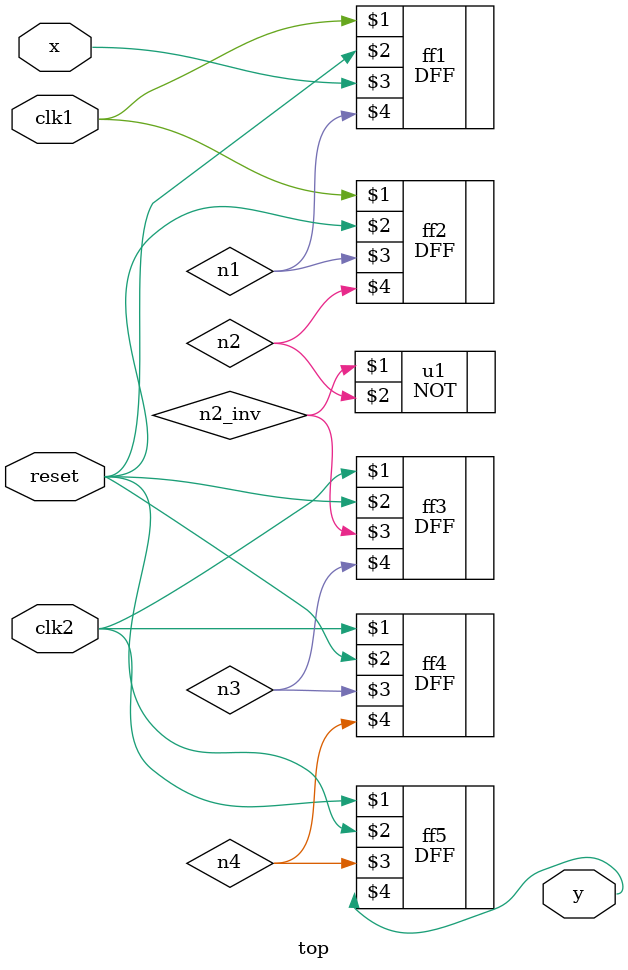
<source format=v>
module top (reset, clk1, clk2, x, y);

	input reset, clk1, clk2, x;
	output y;

	DFF ff1 (clk1, reset, x, n1);
	DFF ff2 (clk1, reset, n1, n2);

	NOT u1 (n2_inv, n2);

	DFF ff3 (clk2, reset, n2_inv, n3);
	DFF ff4 (clk2, reset, n3, n4);
	DFF ff5 (clk2, reset, n4, y);

endmodule
</source>
